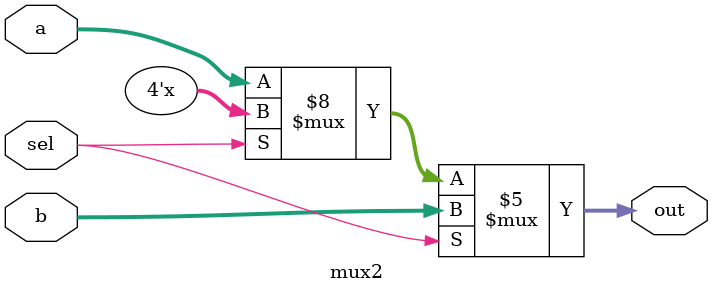
<source format=v>
`timescale 1ns / 1ps
module mux2(a, b, sel, out);
	input sel;
	input[3:0] a, b;
	output[3:0] out;
	
	reg[3:0] out;
	
	always @(sel or a or b)
		begin
			if(sel == 0) out = a;
			if(sel == 1) out = b;
		end

endmodule

</source>
